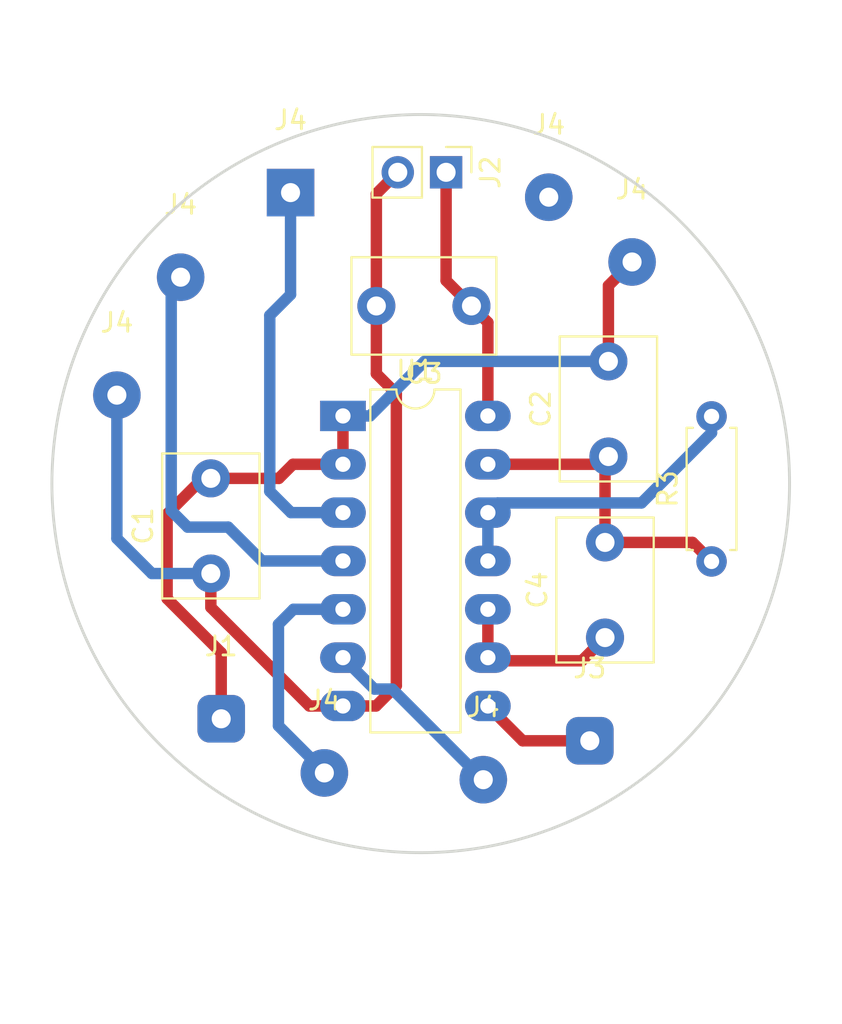
<source format=kicad_pcb>
(kicad_pcb (version 20171130) (host pcbnew "(6.0.0-rc1-dev-209-g91e3d21d6)")

  (general
    (thickness 1.6)
    (drawings 4)
    (tracks 67)
    (zones 0)
    (modules 16)
    (nets 10)
  )

  (page A4)
  (layers
    (0 F.Cu signal)
    (31 B.Cu signal)
    (32 B.Adhes user)
    (33 F.Adhes user)
    (34 B.Paste user)
    (35 F.Paste user)
    (36 B.SilkS user)
    (37 F.SilkS user)
    (38 B.Mask user)
    (39 F.Mask user)
    (40 Dwgs.User user)
    (41 Cmts.User user)
    (42 Eco1.User user)
    (43 Eco2.User user)
    (44 Edge.Cuts user)
    (45 Margin user)
    (46 B.CrtYd user)
    (47 F.CrtYd user)
    (48 B.Fab user)
    (49 F.Fab user)
  )

  (setup
    (last_trace_width 0.6)
    (user_trace_width 0.6)
    (trace_clearance 0.2)
    (zone_clearance 0.508)
    (zone_45_only no)
    (trace_min 0.2)
    (via_size 0.8)
    (via_drill 0.4)
    (via_min_size 0.4)
    (via_min_drill 0.3)
    (uvia_size 0.3)
    (uvia_drill 0.1)
    (uvias_allowed no)
    (uvia_min_size 0.2)
    (uvia_min_drill 0.1)
    (edge_width 0.05)
    (segment_width 0.2)
    (pcb_text_width 0.3)
    (pcb_text_size 1.5 1.5)
    (mod_edge_width 0.12)
    (mod_text_size 1 1)
    (mod_text_width 0.15)
    (pad_size 2.49936 2.49936)
    (pad_drill 1.00076)
    (pad_to_mask_clearance 0.2)
    (aux_axis_origin 0 0)
    (visible_elements FFFFFF7F)
    (pcbplotparams
      (layerselection 0x010c0_ffffffff)
      (usegerberextensions false)
      (usegerberattributes false)
      (usegerberadvancedattributes false)
      (creategerberjobfile false)
      (excludeedgelayer true)
      (linewidth 0.050000)
      (plotframeref false)
      (viasonmask false)
      (mode 1)
      (useauxorigin false)
      (hpglpennumber 1)
      (hpglpenspeed 20)
      (hpglpendiameter 15.000000)
      (psnegative false)
      (psa4output false)
      (plotreference true)
      (plotvalue true)
      (plotinvisibletext false)
      (padsonsilk false)
      (subtractmaskfromsilk false)
      (outputformat 1)
      (mirror false)
      (drillshape 0)
      (scaleselection 1)
      (outputdirectory ""))
  )

  (net 0 "")
  (net 1 "Net-(C1-Pad1)")
  (net 2 "Net-(C2-Pad1)")
  (net 3 "Net-(C2-Pad2)")
  (net 4 GND)
  (net 5 VCC)
  (net 6 "Net-(C4-Pad1)")
  (net 7 "Net-(J3-Pad1)")
  (net 8 "Net-(R2-Pad2)")
  (net 9 "Net-(R3-Pad2)")

  (net_class Default "This is the default net class."
    (clearance 0.2)
    (trace_width 0.25)
    (via_dia 0.8)
    (via_drill 0.4)
    (uvia_dia 0.3)
    (uvia_drill 0.1)
    (add_net GND)
    (add_net "Net-(C1-Pad1)")
    (add_net "Net-(C2-Pad1)")
    (add_net "Net-(C2-Pad2)")
    (add_net "Net-(C4-Pad1)")
    (add_net "Net-(J3-Pad1)")
    (add_net "Net-(R2-Pad2)")
    (add_net "Net-(R3-Pad2)")
    (add_net VCC)
  )

  (module Wire_Pads:SolderWirePad_single_1mmDrill (layer F.Cu) (tedit 5BBE4803) (tstamp 5BBE8906)
    (at 138.9253 77.0509)
    (path /5BBECDB7)
    (fp_text reference J4 (at 0 -3.81) (layer F.SilkS)
      (effects (font (size 1 1) (thickness 0.15)))
    )
    (fp_text value ANTENNA (at -1.905 3.175) (layer F.Fab)
      (effects (font (size 1 1) (thickness 0.15)))
    )
    (pad 1 thru_hole circle (at 0 0) (size 2.49936 2.49936) (drill 1.00076) (layers *.Cu *.Mask)
      (net 3 "Net-(C2-Pad2)"))
  )

  (module Wire_Pads:SolderWirePad_single_1mmDrill (layer F.Cu) (tedit 5BBE4803) (tstamp 5BBE88F5)
    (at 143.3068 80.4545)
    (path /5BBECDB7)
    (fp_text reference J4 (at 0 -3.81) (layer F.SilkS)
      (effects (font (size 1 1) (thickness 0.15)))
    )
    (fp_text value ANTENNA (at -1.905 3.175) (layer F.Fab)
      (effects (font (size 1 1) (thickness 0.15)))
    )
    (pad 1 thru_hole circle (at 0 0) (size 2.49936 2.49936) (drill 1.00076) (layers *.Cu *.Mask)
      (net 3 "Net-(C2-Pad2)"))
  )

  (module Wire_Pads:SolderWirePad_single_1mmDrill (layer F.Cu) (tedit 5BBE4711) (tstamp 5BBE889A)
    (at 116.2177 87.4522)
    (path /5BBECDB7)
    (fp_text reference J4 (at 0 -3.81) (layer F.SilkS)
      (effects (font (size 1 1) (thickness 0.15)))
    )
    (fp_text value ANTENNA (at -1.905 3.175) (layer F.Fab)
      (effects (font (size 1 1) (thickness 0.15)))
    )
    (pad 1 thru_hole circle (at 0 0) (size 2.49936 2.49936) (drill 1.00076) (layers *.Cu *.Mask)
      (net 4 GND))
  )

  (module Capacitors_ThroughHole:C_Disc_D7.5mm_W5.0mm_P5.00mm (layer F.Cu) (tedit 5BBE43A1) (tstamp 5BC61CDB)
    (at 121.158 96.8248 90)
    (descr "C, Disc series, Radial, pin pitch=5.00mm, , diameter*width=7.5*5.0mm^2, Capacitor, http://www.vishay.com/docs/28535/vy2series.pdf")
    (tags "C Disc series Radial pin pitch 5.00mm  diameter 7.5mm width 5.0mm Capacitor")
    (path /5B3DBB72)
    (fp_text reference C1 (at 2.5 -3.56 90) (layer F.SilkS)
      (effects (font (size 1 1) (thickness 0.15)))
    )
    (fp_text value 10pF (at 2.5 3.56 90) (layer F.Fab)
      (effects (font (size 1 1) (thickness 0.15)))
    )
    (fp_text user %R (at 2.5 0 90) (layer F.Fab)
      (effects (font (size 1 1) (thickness 0.15)))
    )
    (fp_line (start -1.25 -2.5) (end -1.25 2.5) (layer F.Fab) (width 0.1))
    (fp_line (start -1.25 2.5) (end 6.25 2.5) (layer F.Fab) (width 0.1))
    (fp_line (start 6.25 2.5) (end 6.25 -2.5) (layer F.Fab) (width 0.1))
    (fp_line (start 6.25 -2.5) (end -1.25 -2.5) (layer F.Fab) (width 0.1))
    (fp_line (start -1.31 -2.56) (end 6.31 -2.56) (layer F.SilkS) (width 0.12))
    (fp_line (start -1.31 2.56) (end 6.31 2.56) (layer F.SilkS) (width 0.12))
    (fp_line (start -1.31 -2.56) (end -1.31 2.56) (layer F.SilkS) (width 0.12))
    (fp_line (start 6.31 -2.56) (end 6.31 2.56) (layer F.SilkS) (width 0.12))
    (fp_line (start -1.6 -2.85) (end -1.6 2.85) (layer F.CrtYd) (width 0.05))
    (fp_line (start -1.6 2.85) (end 6.6 2.85) (layer F.CrtYd) (width 0.05))
    (fp_line (start 6.6 2.85) (end 6.6 -2.85) (layer F.CrtYd) (width 0.05))
    (fp_line (start 6.6 -2.85) (end -1.6 -2.85) (layer F.CrtYd) (width 0.05))
    (pad 1 thru_hole circle (at 0 0 90) (size 2 2) (drill 1) (layers *.Cu *.Mask)
      (net 4 GND))
    (pad 2 thru_hole circle (at 5 0 90) (size 2 2) (drill 1) (layers *.Cu *.Mask)
      (net 3 "Net-(C2-Pad2)"))
    (model ${KISYS3DMOD}/Capacitors_THT.3dshapes/C_Disc_D7.5mm_W5.0mm_P5.00mm.wrl
      (at (xyz 0 0 0))
      (scale (xyz 0.393701 0.393701 0.393701))
      (rotate (xyz 0 0 0))
    )
  )

  (module Wire_Pads:SolderWirePad_single_1mmDrill (layer F.Cu) (tedit 5BBE4796) (tstamp 5BC62758)
    (at 135.4836 107.6579)
    (path /5BBECDB7)
    (fp_text reference J4 (at 0 -3.81) (layer F.SilkS)
      (effects (font (size 1 1) (thickness 0.15)))
    )
    (fp_text value ANTENNA (at -1.905 3.175) (layer F.Fab)
      (effects (font (size 1 1) (thickness 0.15)))
    )
    (pad 1 thru_hole circle (at 0 0) (size 2.49936 2.49936) (drill 1.00076) (layers *.Cu *.Mask)
      (net 8 "Net-(R2-Pad2)"))
  )

  (module Wire_Pads:SolderWirePad_single_1mmDrill (layer F.Cu) (tedit 5BBE4778) (tstamp 5BC6273A)
    (at 127.127 107.3023)
    (path /5BBECDB7)
    (fp_text reference J4 (at 0 -3.81) (layer F.SilkS)
      (effects (font (size 1 1) (thickness 0.15)))
    )
    (fp_text value ANTENNA (at -1.905 3.175) (layer F.Fab)
      (effects (font (size 1 1) (thickness 0.15)))
    )
    (pad 1 thru_hole circle (at 0 0) (size 2.49936 2.49936) (drill 1.00076) (layers *.Cu *.Mask)
      (net 8 "Net-(R2-Pad2)"))
  )

  (module Wire_Pads:SolderWirePad_single_1mmDrill (layer F.Cu) (tedit 5BBE46AD) (tstamp 5BC625D8)
    (at 119.5705 81.2546)
    (path /5BBECDB7)
    (fp_text reference J4 (at 0 -3.81) (layer F.SilkS)
      (effects (font (size 1 1) (thickness 0.15)))
    )
    (fp_text value ANTENNA (at -1.905 3.175) (layer F.Fab)
      (effects (font (size 1 1) (thickness 0.15)))
    )
    (pad 1 thru_hole circle (at 0 0) (size 2.49936 2.49936) (drill 1.00076) (layers *.Cu *.Mask)
      (net 1 "Net-(C1-Pad1)"))
  )

  (module Capacitors_ThroughHole:C_Disc_D7.5mm_W5.0mm_P5.00mm (layer F.Cu) (tedit 5920C254) (tstamp 5BC61CEE)
    (at 142.0622 90.678 90)
    (descr "C, Disc series, Radial, pin pitch=5.00mm, , diameter*width=7.5*5.0mm^2, Capacitor, http://www.vishay.com/docs/28535/vy2series.pdf")
    (tags "C Disc series Radial pin pitch 5.00mm  diameter 7.5mm width 5.0mm Capacitor")
    (path /5B3DA422)
    (fp_text reference C2 (at 2.5 -3.56 90) (layer F.SilkS)
      (effects (font (size 1 1) (thickness 0.15)))
    )
    (fp_text value 33pF (at 2.5 3.56 90) (layer F.Fab)
      (effects (font (size 1 1) (thickness 0.15)))
    )
    (fp_text user %R (at 2.5 0 90) (layer F.Fab)
      (effects (font (size 1 1) (thickness 0.15)))
    )
    (fp_line (start -1.25 -2.5) (end -1.25 2.5) (layer F.Fab) (width 0.1))
    (fp_line (start -1.25 2.5) (end 6.25 2.5) (layer F.Fab) (width 0.1))
    (fp_line (start 6.25 2.5) (end 6.25 -2.5) (layer F.Fab) (width 0.1))
    (fp_line (start 6.25 -2.5) (end -1.25 -2.5) (layer F.Fab) (width 0.1))
    (fp_line (start -1.31 -2.56) (end 6.31 -2.56) (layer F.SilkS) (width 0.12))
    (fp_line (start -1.31 2.56) (end 6.31 2.56) (layer F.SilkS) (width 0.12))
    (fp_line (start -1.31 -2.56) (end -1.31 2.56) (layer F.SilkS) (width 0.12))
    (fp_line (start 6.31 -2.56) (end 6.31 2.56) (layer F.SilkS) (width 0.12))
    (fp_line (start -1.6 -2.85) (end -1.6 2.85) (layer F.CrtYd) (width 0.05))
    (fp_line (start -1.6 2.85) (end 6.6 2.85) (layer F.CrtYd) (width 0.05))
    (fp_line (start 6.6 2.85) (end 6.6 -2.85) (layer F.CrtYd) (width 0.05))
    (fp_line (start 6.6 -2.85) (end -1.6 -2.85) (layer F.CrtYd) (width 0.05))
    (pad 1 thru_hole circle (at 0 0 90) (size 2 2) (drill 1) (layers *.Cu *.Mask)
      (net 2 "Net-(C2-Pad1)"))
    (pad 2 thru_hole circle (at 5 0 90) (size 2 2) (drill 1) (layers *.Cu *.Mask)
      (net 3 "Net-(C2-Pad2)"))
    (model ${KISYS3DMOD}/Capacitors_THT.3dshapes/C_Disc_D7.5mm_W5.0mm_P5.00mm.wrl
      (at (xyz 0 0 0))
      (scale (xyz 0.393701 0.393701 0.393701))
      (rotate (xyz 0 0 0))
    )
  )

  (module Capacitors_ThroughHole:C_Disc_D7.5mm_W5.0mm_P5.00mm (layer F.Cu) (tedit 5920C254) (tstamp 5BC61D01)
    (at 134.8613 82.7659 180)
    (descr "C, Disc series, Radial, pin pitch=5.00mm, , diameter*width=7.5*5.0mm^2, Capacitor, http://www.vishay.com/docs/28535/vy2series.pdf")
    (tags "C Disc series Radial pin pitch 5.00mm  diameter 7.5mm width 5.0mm Capacitor")
    (path /5B3C6146)
    (fp_text reference C3 (at 2.5 -3.56 180) (layer F.SilkS)
      (effects (font (size 1 1) (thickness 0.15)))
    )
    (fp_text value 100nF (at 2.5 3.56 180) (layer F.Fab)
      (effects (font (size 1 1) (thickness 0.15)))
    )
    (fp_line (start 6.6 -2.85) (end -1.6 -2.85) (layer F.CrtYd) (width 0.05))
    (fp_line (start 6.6 2.85) (end 6.6 -2.85) (layer F.CrtYd) (width 0.05))
    (fp_line (start -1.6 2.85) (end 6.6 2.85) (layer F.CrtYd) (width 0.05))
    (fp_line (start -1.6 -2.85) (end -1.6 2.85) (layer F.CrtYd) (width 0.05))
    (fp_line (start 6.31 -2.56) (end 6.31 2.56) (layer F.SilkS) (width 0.12))
    (fp_line (start -1.31 -2.56) (end -1.31 2.56) (layer F.SilkS) (width 0.12))
    (fp_line (start -1.31 2.56) (end 6.31 2.56) (layer F.SilkS) (width 0.12))
    (fp_line (start -1.31 -2.56) (end 6.31 -2.56) (layer F.SilkS) (width 0.12))
    (fp_line (start 6.25 -2.5) (end -1.25 -2.5) (layer F.Fab) (width 0.1))
    (fp_line (start 6.25 2.5) (end 6.25 -2.5) (layer F.Fab) (width 0.1))
    (fp_line (start -1.25 2.5) (end 6.25 2.5) (layer F.Fab) (width 0.1))
    (fp_line (start -1.25 -2.5) (end -1.25 2.5) (layer F.Fab) (width 0.1))
    (fp_text user %R (at 2.804299 0.772999 180) (layer F.Fab)
      (effects (font (size 1 1) (thickness 0.15)))
    )
    (pad 2 thru_hole circle (at 5 0 180) (size 2 2) (drill 1) (layers *.Cu *.Mask)
      (net 4 GND))
    (pad 1 thru_hole circle (at 0 0 180) (size 2 2) (drill 1) (layers *.Cu *.Mask)
      (net 5 VCC))
    (model ${KISYS3DMOD}/Capacitors_THT.3dshapes/C_Disc_D7.5mm_W5.0mm_P5.00mm.wrl
      (at (xyz 0 0 0))
      (scale (xyz 0.393701 0.393701 0.393701))
      (rotate (xyz 0 0 0))
    )
  )

  (module Capacitors_ThroughHole:C_Disc_D7.5mm_W5.0mm_P5.00mm (layer F.Cu) (tedit 5BBE4523) (tstamp 5BC61D14)
    (at 141.8844 100.1903 90)
    (descr "C, Disc series, Radial, pin pitch=5.00mm, , diameter*width=7.5*5.0mm^2, Capacitor, http://www.vishay.com/docs/28535/vy2series.pdf")
    (tags "C Disc series Radial pin pitch 5.00mm  diameter 7.5mm width 5.0mm Capacitor")
    (path /5B3DB211)
    (fp_text reference C4 (at 2.5 -3.56 90) (layer F.SilkS)
      (effects (font (size 1 1) (thickness 0.15)))
    )
    (fp_text value 10pF (at 2.5 3.56 90) (layer F.Fab)
      (effects (font (size 1 1) (thickness 0.15)))
    )
    (fp_line (start 6.6 -2.85) (end -1.6 -2.85) (layer F.CrtYd) (width 0.05))
    (fp_line (start 6.6 2.85) (end 6.6 -2.85) (layer F.CrtYd) (width 0.05))
    (fp_line (start -1.6 2.85) (end 6.6 2.85) (layer F.CrtYd) (width 0.05))
    (fp_line (start -1.6 -2.85) (end -1.6 2.85) (layer F.CrtYd) (width 0.05))
    (fp_line (start 6.31 -2.56) (end 6.31 2.56) (layer F.SilkS) (width 0.12))
    (fp_line (start -1.31 -2.56) (end -1.31 2.56) (layer F.SilkS) (width 0.12))
    (fp_line (start -1.31 2.56) (end 6.31 2.56) (layer F.SilkS) (width 0.12))
    (fp_line (start -1.31 -2.56) (end 6.31 -2.56) (layer F.SilkS) (width 0.12))
    (fp_line (start 6.25 -2.5) (end -1.25 -2.5) (layer F.Fab) (width 0.1))
    (fp_line (start 6.25 2.5) (end 6.25 -2.5) (layer F.Fab) (width 0.1))
    (fp_line (start -1.25 2.5) (end 6.25 2.5) (layer F.Fab) (width 0.1))
    (fp_line (start -1.25 -2.5) (end -1.25 2.5) (layer F.Fab) (width 0.1))
    (fp_text user %R (at 2.5781 0.0889 90) (layer F.Fab)
      (effects (font (size 1 1) (thickness 0.15)))
    )
    (pad 2 thru_hole circle (at 5 0 90) (size 2 2) (drill 1) (layers *.Cu *.Mask)
      (net 2 "Net-(C2-Pad1)"))
    (pad 1 thru_hole circle (at 0 0 90) (size 2 2) (drill 1) (layers *.Cu *.Mask)
      (net 6 "Net-(C4-Pad1)"))
    (model ${KISYS3DMOD}/Capacitors_THT.3dshapes/C_Disc_D7.5mm_W5.0mm_P5.00mm.wrl
      (at (xyz 0 0 0))
      (scale (xyz 0.393701 0.393701 0.393701))
      (rotate (xyz 0 0 0))
    )
  )

  (module Wire_Pads:SolderWirePad_single_1mmDrill (layer F.Cu) (tedit 5BBE43BC) (tstamp 5BC61D19)
    (at 121.7041 104.4575)
    (path /5BBE0483)
    (fp_text reference J1 (at 0 -3.81) (layer F.SilkS)
      (effects (font (size 1 1) (thickness 0.15)))
    )
    (fp_text value ANTENNA_2 (at -1.905 3.175) (layer F.Fab)
      (effects (font (size 1 1) (thickness 0.15)))
    )
    (pad 1 thru_hole roundrect (at 0 0) (size 2.49936 2.49936) (drill 1.00076) (layers *.Cu *.Mask) (roundrect_rratio 0.25)
      (net 3 "Net-(C2-Pad2)"))
  )

  (module Pin_Headers:Pin_Header_Straight_1x02_Pitch2.54mm (layer F.Cu) (tedit 59650532) (tstamp 5BC61D2F)
    (at 133.5278 75.7428 270)
    (descr "Through hole straight pin header, 1x02, 2.54mm pitch, single row")
    (tags "Through hole pin header THT 1x02 2.54mm single row")
    (path /5BBDFC9E)
    (fp_text reference J2 (at 0 -2.33 270) (layer F.SilkS)
      (effects (font (size 1 1) (thickness 0.15)))
    )
    (fp_text value Conn_01x02-Connector (at 0 4.87 270) (layer F.Fab)
      (effects (font (size 1 1) (thickness 0.15)))
    )
    (fp_line (start -0.635 -1.27) (end 1.27 -1.27) (layer F.Fab) (width 0.1))
    (fp_line (start 1.27 -1.27) (end 1.27 3.81) (layer F.Fab) (width 0.1))
    (fp_line (start 1.27 3.81) (end -1.27 3.81) (layer F.Fab) (width 0.1))
    (fp_line (start -1.27 3.81) (end -1.27 -0.635) (layer F.Fab) (width 0.1))
    (fp_line (start -1.27 -0.635) (end -0.635 -1.27) (layer F.Fab) (width 0.1))
    (fp_line (start -1.33 3.87) (end 1.33 3.87) (layer F.SilkS) (width 0.12))
    (fp_line (start -1.33 1.27) (end -1.33 3.87) (layer F.SilkS) (width 0.12))
    (fp_line (start 1.33 1.27) (end 1.33 3.87) (layer F.SilkS) (width 0.12))
    (fp_line (start -1.33 1.27) (end 1.33 1.27) (layer F.SilkS) (width 0.12))
    (fp_line (start -1.33 0) (end -1.33 -1.33) (layer F.SilkS) (width 0.12))
    (fp_line (start -1.33 -1.33) (end 0 -1.33) (layer F.SilkS) (width 0.12))
    (fp_line (start -1.8 -1.8) (end -1.8 4.35) (layer F.CrtYd) (width 0.05))
    (fp_line (start -1.8 4.35) (end 1.8 4.35) (layer F.CrtYd) (width 0.05))
    (fp_line (start 1.8 4.35) (end 1.8 -1.8) (layer F.CrtYd) (width 0.05))
    (fp_line (start 1.8 -1.8) (end -1.8 -1.8) (layer F.CrtYd) (width 0.05))
    (fp_text user %R (at -1.556301 2.950199) (layer F.Fab)
      (effects (font (size 1 1) (thickness 0.15)))
    )
    (pad 1 thru_hole rect (at 0 0 270) (size 1.7 1.7) (drill 1) (layers *.Cu *.Mask)
      (net 5 VCC))
    (pad 2 thru_hole oval (at 0 2.54 270) (size 1.7 1.7) (drill 1) (layers *.Cu *.Mask)
      (net 4 GND))
    (model ${KISYS3DMOD}/Pin_Headers.3dshapes/Pin_Header_Straight_1x02_Pitch2.54mm.wrl
      (at (xyz 0 0 0))
      (scale (xyz 1 1 1))
      (rotate (xyz 0 0 0))
    )
  )

  (module Wire_Pads:SolderWirePad_single_1mmDrill (layer F.Cu) (tedit 5BBCE7FB) (tstamp 5BC61D34)
    (at 141.0843 105.6132)
    (path /5B3DEA6D)
    (fp_text reference J3 (at 0 -3.81) (layer F.SilkS)
      (effects (font (size 1 1) (thickness 0.15)))
    )
    (fp_text value ANTENNA (at -1.905 3.175) (layer F.Fab)
      (effects (font (size 1 1) (thickness 0.15)))
    )
    (pad 1 thru_hole roundrect (at 0 0) (size 2.49936 2.49936) (drill 1.00076) (layers *.Cu *.Mask) (roundrect_rratio 0.25)
      (net 7 "Net-(J3-Pad1)"))
  )

  (module Wire_Pads:SolderWirePad_single_1mmDrill (layer F.Cu) (tedit 5BBE4693) (tstamp 5BC61D39)
    (at 125.349 76.8096)
    (path /5BBECDB7)
    (fp_text reference J4 (at 0 -3.81) (layer F.SilkS)
      (effects (font (size 1 1) (thickness 0.15)))
    )
    (fp_text value ANTENNA (at -1.905 3.175) (layer F.Fab)
      (effects (font (size 1 1) (thickness 0.15)))
    )
    (pad 1 thru_hole trapezoid (at 0 0) (size 2.49936 2.49936) (drill 1.00076) (layers *.Cu *.Mask)
      (net 1 "Net-(C1-Pad1)"))
  )

  (module Resistors_ThroughHole:R_Axial_DIN0207_L6.3mm_D2.5mm_P7.62mm_Horizontal (layer F.Cu) (tedit 5874F706) (tstamp 5BC61D7B)
    (at 147.4851 96.1898 90)
    (descr "Resistor, Axial_DIN0207 series, Axial, Horizontal, pin pitch=7.62mm, 0.25W = 1/4W, length*diameter=6.3*2.5mm^2, http://cdn-reichelt.de/documents/datenblatt/B400/1_4W%23YAG.pdf")
    (tags "Resistor Axial_DIN0207 series Axial Horizontal pin pitch 7.62mm 0.25W = 1/4W length 6.3mm diameter 2.5mm")
    (path /5B3DB807)
    (fp_text reference R3 (at 3.81 -2.31 90) (layer F.SilkS)
      (effects (font (size 1 1) (thickness 0.15)))
    )
    (fp_text value 1K (at 3.81 2.31 90) (layer F.Fab)
      (effects (font (size 1 1) (thickness 0.15)))
    )
    (fp_line (start 8.7 -1.6) (end -1.05 -1.6) (layer F.CrtYd) (width 0.05))
    (fp_line (start 8.7 1.6) (end 8.7 -1.6) (layer F.CrtYd) (width 0.05))
    (fp_line (start -1.05 1.6) (end 8.7 1.6) (layer F.CrtYd) (width 0.05))
    (fp_line (start -1.05 -1.6) (end -1.05 1.6) (layer F.CrtYd) (width 0.05))
    (fp_line (start 7.02 1.31) (end 7.02 0.98) (layer F.SilkS) (width 0.12))
    (fp_line (start 0.6 1.31) (end 7.02 1.31) (layer F.SilkS) (width 0.12))
    (fp_line (start 0.6 0.98) (end 0.6 1.31) (layer F.SilkS) (width 0.12))
    (fp_line (start 7.02 -1.31) (end 7.02 -0.98) (layer F.SilkS) (width 0.12))
    (fp_line (start 0.6 -1.31) (end 7.02 -1.31) (layer F.SilkS) (width 0.12))
    (fp_line (start 0.6 -0.98) (end 0.6 -1.31) (layer F.SilkS) (width 0.12))
    (fp_line (start 7.62 0) (end 6.96 0) (layer F.Fab) (width 0.1))
    (fp_line (start 0 0) (end 0.66 0) (layer F.Fab) (width 0.1))
    (fp_line (start 6.96 -1.25) (end 0.66 -1.25) (layer F.Fab) (width 0.1))
    (fp_line (start 6.96 1.25) (end 6.96 -1.25) (layer F.Fab) (width 0.1))
    (fp_line (start 0.66 1.25) (end 6.96 1.25) (layer F.Fab) (width 0.1))
    (fp_line (start 0.66 -1.25) (end 0.66 1.25) (layer F.Fab) (width 0.1))
    (pad 2 thru_hole oval (at 7.62 0 90) (size 1.6 1.6) (drill 0.8) (layers *.Cu *.Mask)
      (net 9 "Net-(R3-Pad2)"))
    (pad 1 thru_hole circle (at 0 0 90) (size 1.6 1.6) (drill 0.8) (layers *.Cu *.Mask)
      (net 2 "Net-(C2-Pad1)"))
    (model Resistors_THT.3dshapes/R_Axial_DIN0207_L6.3mm_D2.5mm_P7.62mm_Horizontal.wrl
      (at (xyz 0 0 0))
      (scale (xyz 0.393701 0.393701 0.393701))
      (rotate (xyz 0 0 0))
    )
  )

  (module Housings_DIP:DIP-14_W7.62mm_LongPads (layer F.Cu) (tedit 5BBE478D) (tstamp 5BC61D9D)
    (at 128.1049 88.5444)
    (descr "14-lead dip package, row spacing 7.62 mm (300 mils), LongPads")
    (tags "DIL DIP PDIP 2.54mm 7.62mm 300mil LongPads")
    (path /5B3D7748)
    (fp_text reference U1 (at 3.81 -2.39) (layer F.SilkS)
      (effects (font (size 1 1) (thickness 0.15)))
    )
    (fp_text value 74HC04 (at 3.81 17.63) (layer F.Fab)
      (effects (font (size 1 1) (thickness 0.15)))
    )
    (fp_text user %R (at 3.81 7.62) (layer F.Fab)
      (effects (font (size 1 1) (thickness 0.15)))
    )
    (fp_line (start 1.635 -1.27) (end 6.985 -1.27) (layer F.Fab) (width 0.1))
    (fp_line (start 6.985 -1.27) (end 6.985 16.51) (layer F.Fab) (width 0.1))
    (fp_line (start 6.985 16.51) (end 0.635 16.51) (layer F.Fab) (width 0.1))
    (fp_line (start 0.635 16.51) (end 0.635 -0.27) (layer F.Fab) (width 0.1))
    (fp_line (start 0.635 -0.27) (end 1.635 -1.27) (layer F.Fab) (width 0.1))
    (fp_line (start 2.81 -1.39) (end 1.44 -1.39) (layer F.SilkS) (width 0.12))
    (fp_line (start 1.44 -1.39) (end 1.44 16.63) (layer F.SilkS) (width 0.12))
    (fp_line (start 1.44 16.63) (end 6.18 16.63) (layer F.SilkS) (width 0.12))
    (fp_line (start 6.18 16.63) (end 6.18 -1.39) (layer F.SilkS) (width 0.12))
    (fp_line (start 6.18 -1.39) (end 4.81 -1.39) (layer F.SilkS) (width 0.12))
    (fp_line (start -1.5 -1.6) (end -1.5 16.8) (layer F.CrtYd) (width 0.05))
    (fp_line (start -1.5 16.8) (end 9.1 16.8) (layer F.CrtYd) (width 0.05))
    (fp_line (start 9.1 16.8) (end 9.1 -1.6) (layer F.CrtYd) (width 0.05))
    (fp_line (start 9.1 -1.6) (end -1.5 -1.6) (layer F.CrtYd) (width 0.05))
    (fp_arc (start 3.81 -1.39) (end 2.81 -1.39) (angle -180) (layer F.SilkS) (width 0.12))
    (pad 1 thru_hole rect (at 0 0) (size 2.4 1.6) (drill 0.8) (layers *.Cu *.Mask)
      (net 3 "Net-(C2-Pad2)"))
    (pad 8 thru_hole oval (at 7.62 15.24) (size 2.4 1.6) (drill 0.8) (layers *.Cu *.Mask)
      (net 7 "Net-(J3-Pad1)"))
    (pad 2 thru_hole oval (at 0 2.54) (size 2.4 1.6) (drill 0.8) (layers *.Cu *.Mask)
      (net 3 "Net-(C2-Pad2)"))
    (pad 9 thru_hole oval (at 7.62 12.7) (size 2.4 1.6) (drill 0.8) (layers *.Cu *.Mask)
      (net 6 "Net-(C4-Pad1)"))
    (pad 3 thru_hole oval (at 0 5.08) (size 2.4 1.6) (drill 0.8) (layers *.Cu *.Mask)
      (net 1 "Net-(C1-Pad1)"))
    (pad 10 thru_hole oval (at 7.62 10.16) (size 2.4 1.6) (drill 0.8) (layers *.Cu *.Mask)
      (net 6 "Net-(C4-Pad1)"))
    (pad 4 thru_hole oval (at 0 7.62) (size 2.4 1.6) (drill 0.8) (layers *.Cu *.Mask)
      (net 1 "Net-(C1-Pad1)"))
    (pad 11 thru_hole oval (at 7.62 7.62) (size 2.4 1.6) (drill 0.8) (layers *.Cu *.Mask)
      (net 9 "Net-(R3-Pad2)"))
    (pad 5 thru_hole oval (at 0 10.16) (size 2.4 1.6) (drill 0.8) (layers *.Cu *.Mask)
      (net 8 "Net-(R2-Pad2)"))
    (pad 12 thru_hole oval (at 7.62 5.08) (size 2.4 1.6) (drill 0.8) (layers *.Cu *.Mask)
      (net 9 "Net-(R3-Pad2)"))
    (pad 6 thru_hole oval (at 0 12.7) (size 2.4 1.6) (drill 0.8) (layers *.Cu *.Mask)
      (net 8 "Net-(R2-Pad2)"))
    (pad 13 thru_hole oval (at 7.62 2.54) (size 2.4 1.6) (drill 0.8) (layers *.Cu *.Mask)
      (net 2 "Net-(C2-Pad1)"))
    (pad 7 thru_hole oval (at 0 15.24) (size 2.4 1.6) (drill 0.8) (layers *.Cu *.Mask)
      (net 4 GND))
    (pad 14 thru_hole oval (at 7.62 0) (size 2.4 1.6) (drill 0.8) (layers *.Cu *.Mask)
      (net 5 VCC))
    (model ${KISYS3DMOD}/Housings_DIP.3dshapes/DIP-14_W7.62mm_LongPads.wrl
      (at (xyz 0 0 0))
      (scale (xyz 1 1 1))
      (rotate (xyz 0 0 0))
    )
  )

  (dimension 38.849402 (width 0.15) (layer Dwgs.User)
    (gr_text "38.8493 mm" (at 132.384349 67.634346 359.9) (layer Dwgs.User)
      (effects (font (size 1 1) (thickness 0.15)))
    )
    (feature1 (pts (xy 151.7523 92.456) (xy 151.807366 68.392374)))
    (feature2 (pts (xy 112.903 92.3671) (xy 112.958066 68.303474)))
    (crossbar (pts (xy 112.956724 68.889893) (xy 151.806024 68.978793)))
    (arrow1a (pts (xy 151.806024 68.978793) (xy 150.678181 69.562634)))
    (arrow1b (pts (xy 151.806024 68.978793) (xy 150.680865 68.389796)))
    (arrow2a (pts (xy 112.956724 68.889893) (xy 114.081883 69.47889)))
    (arrow2b (pts (xy 112.956724 68.889893) (xy 114.084567 68.306052)))
  )
  (gr_circle (center 132.0165 91.9226) (end 140.7287 78.0542) (layer Dwgs.User) (width 0.15))
  (gr_circle (center 132.1943 92.1004) (end 151.587545 92.1004) (layer Edge.Cuts) (width 0.15))
  (dimension 44.107107 (width 0.15) (layer F.Fab)
    (gr_text "44.107 mm" (at 132.217378 121.122764 0.03299497448) (layer F.Fab)
      (effects (font (size 1 1) (thickness 0.15)))
    )
    (feature1 (pts (xy 154.2542 92.0623) (xy 154.270517 120.396485)))
    (feature2 (pts (xy 110.1471 92.0877) (xy 110.163417 120.421885)))
    (crossbar (pts (xy 110.163079 119.835464) (xy 154.270179 119.810064)))
    (arrow1a (pts (xy 154.270179 119.810064) (xy 153.144013 120.397133)))
    (arrow1b (pts (xy 154.270179 119.810064) (xy 153.143338 119.224292)))
    (arrow2a (pts (xy 110.163079 119.835464) (xy 111.28992 120.421236)))
    (arrow2b (pts (xy 110.163079 119.835464) (xy 111.289245 119.248395)))
  )

  (segment (start 128.1049 93.6244) (end 125.3744 93.6244) (width 0.6) (layer B.Cu) (net 1) (status 400000))
  (segment (start 125.349 82.169) (end 125.349 76.8096) (width 0.6) (layer B.Cu) (net 1) (tstamp 5BBE8833) (status 800000))
  (segment (start 124.2568 83.2612) (end 125.349 82.169) (width 0.6) (layer B.Cu) (net 1) (tstamp 5BBE8832))
  (segment (start 124.2568 92.5068) (end 124.2568 83.2612) (width 0.6) (layer B.Cu) (net 1) (tstamp 5BBE8831))
  (segment (start 125.3744 93.6244) (end 124.2568 92.5068) (width 0.6) (layer B.Cu) (net 1) (tstamp 5BBE8830))
  (segment (start 128.1049 96.1644) (end 123.8504 96.1644) (width 0.6) (layer B.Cu) (net 1) (status 400000))
  (segment (start 119.0752 81.7499) (end 119.5705 81.2546) (width 0.6) (layer B.Cu) (net 1) (tstamp 5BBE8893) (status C00000))
  (segment (start 119.0752 93.5228) (end 119.0752 81.7499) (width 0.6) (layer B.Cu) (net 1) (tstamp 5BBE8892) (status 800000))
  (segment (start 119.9388 94.3864) (end 119.0752 93.5228) (width 0.6) (layer B.Cu) (net 1) (tstamp 5BBE8891))
  (segment (start 122.0724 94.3864) (end 119.9388 94.3864) (width 0.6) (layer B.Cu) (net 1) (tstamp 5BBE8890))
  (segment (start 123.8504 96.1644) (end 122.0724 94.3864) (width 0.6) (layer B.Cu) (net 1) (tstamp 5BBE888F))
  (segment (start 141.8844 95.1903) (end 146.4856 95.1903) (width 0.6) (layer F.Cu) (net 2) (status 400000))
  (segment (start 146.4856 95.1903) (end 147.4851 96.1898) (width 0.6) (layer F.Cu) (net 2) (tstamp 5BBE877E) (status 800000))
  (segment (start 141.8844 95.1903) (end 141.8844 90.8558) (width 0.6) (layer F.Cu) (net 2) (status C00000))
  (segment (start 141.8844 90.8558) (end 142.0622 90.678) (width 0.6) (layer F.Cu) (net 2) (tstamp 5BBE8789) (status C00000))
  (segment (start 135.7249 91.0844) (end 141.6558 91.0844) (width 0.6) (layer F.Cu) (net 2) (status C00000))
  (segment (start 141.6558 91.0844) (end 142.0622 90.678) (width 0.6) (layer F.Cu) (net 2) (tstamp 5BBE878B) (status C00000))
  (segment (start 121.7041 104.4575) (end 121.7041 100.9904) (width 0.6) (layer F.Cu) (net 3) (status 400000))
  (segment (start 120.7351 91.8248) (end 121.158 91.8248) (width 0.6) (layer F.Cu) (net 3) (tstamp 5BBE8771) (status C00000))
  (segment (start 118.8593 93.7006) (end 120.7351 91.8248) (width 0.6) (layer F.Cu) (net 3) (tstamp 5BBE8770) (status 800000))
  (segment (start 118.8593 98.1456) (end 118.8593 93.7006) (width 0.6) (layer F.Cu) (net 3) (tstamp 5BBE876E))
  (segment (start 121.7041 100.9904) (end 118.8593 98.1456) (width 0.6) (layer F.Cu) (net 3) (tstamp 5BBE876C))
  (segment (start 121.158 91.8248) (end 124.7356 91.8248) (width 0.6) (layer F.Cu) (net 3) (status 400000))
  (segment (start 125.476 91.0844) (end 128.1049 91.0844) (width 0.6) (layer F.Cu) (net 3) (tstamp 5BBE8774) (status 800000))
  (segment (start 124.7356 91.8248) (end 125.476 91.0844) (width 0.6) (layer F.Cu) (net 3) (tstamp 5BBE8773))
  (segment (start 128.1049 91.0844) (end 128.1049 88.5444) (width 0.6) (layer F.Cu) (net 3) (status C00000))
  (segment (start 128.1049 88.5444) (end 129.5273 88.5444) (width 0.6) (layer B.Cu) (net 3) (status 400000))
  (segment (start 132.3937 85.678) (end 142.0622 85.678) (width 0.6) (layer B.Cu) (net 3) (tstamp 5BBE8782) (status 800000))
  (segment (start 129.5273 88.5444) (end 132.3937 85.678) (width 0.6) (layer B.Cu) (net 3) (tstamp 5BBE8781))
  (segment (start 142.0622 85.678) (end 142.0622 81.6991) (width 0.6) (layer F.Cu) (net 3) (status 400000))
  (segment (start 142.0622 81.6991) (end 143.3068 80.4545) (width 0.6) (layer F.Cu) (net 3) (tstamp 5BBE88FF) (status 800000))
  (segment (start 129.8613 82.7659) (end 129.8613 76.8693) (width 0.6) (layer F.Cu) (net 4) (status 400000))
  (segment (start 129.8613 76.8693) (end 130.9878 75.7428) (width 0.6) (layer F.Cu) (net 4) (tstamp 5BBE8762) (status 800000))
  (segment (start 129.8613 82.7659) (end 129.8613 86.3257) (width 0.6) (layer F.Cu) (net 4) (status 400000))
  (segment (start 129.8448 103.7844) (end 128.1049 103.7844) (width 0.6) (layer F.Cu) (net 4) (tstamp 5BBE8767) (status 800000))
  (segment (start 130.9116 102.7176) (end 129.8448 103.7844) (width 0.6) (layer F.Cu) (net 4) (tstamp 5BBE8766))
  (segment (start 130.9116 87.376) (end 130.9116 102.7176) (width 0.6) (layer F.Cu) (net 4) (tstamp 5BBE8765))
  (segment (start 129.8613 86.3257) (end 130.9116 87.376) (width 0.6) (layer F.Cu) (net 4) (tstamp 5BBE8764))
  (segment (start 128.1049 103.7844) (end 126.3396 103.7844) (width 0.6) (layer F.Cu) (net 4) (status 400000))
  (segment (start 121.158 98.6028) (end 121.158 96.8248) (width 0.6) (layer F.Cu) (net 4) (tstamp 5BBE876A) (status 800000))
  (segment (start 126.3396 103.7844) (end 121.158 98.6028) (width 0.6) (layer F.Cu) (net 4) (tstamp 5BBE8769))
  (segment (start 121.158 96.8248) (end 118.0592 96.8248) (width 0.6) (layer B.Cu) (net 4) (status 400000))
  (segment (start 116.2177 94.9833) (end 116.2177 87.4522) (width 0.6) (layer B.Cu) (net 4) (tstamp 5BBE88A5) (status 800000))
  (segment (start 118.0592 96.8248) (end 116.2177 94.9833) (width 0.6) (layer B.Cu) (net 4) (tstamp 5BBE88A4))
  (segment (start 135.7249 88.5444) (end 135.7249 83.6295) (width 0.6) (layer F.Cu) (net 5) (status 400000))
  (segment (start 133.5278 81.4324) (end 133.5278 75.7428) (width 0.6) (layer F.Cu) (net 5) (tstamp 5BBE875A) (status 800000))
  (segment (start 135.7249 83.6295) (end 133.5278 81.4324) (width 0.6) (layer F.Cu) (net 5) (tstamp 5BBE8759))
  (segment (start 135.7249 98.7044) (end 135.7249 101.2444) (width 0.6) (layer F.Cu) (net 6) (status C00000))
  (segment (start 135.7249 101.2444) (end 135.89 101.4095) (width 0.6) (layer F.Cu) (net 6) (tstamp 5BBE8795) (status C00000))
  (segment (start 135.89 101.4095) (end 140.6652 101.4095) (width 0.6) (layer F.Cu) (net 6) (tstamp 5BBE8796) (status 400000))
  (segment (start 140.6652 101.4095) (end 141.8844 100.1903) (width 0.6) (layer F.Cu) (net 6) (tstamp 5BBE8797) (status 800000))
  (segment (start 141.0843 105.6132) (end 137.5537 105.6132) (width 0.6) (layer F.Cu) (net 7) (status 400000))
  (segment (start 137.5537 105.6132) (end 135.7249 103.7844) (width 0.6) (layer F.Cu) (net 7) (tstamp 5BBE8778) (status 800000))
  (segment (start 127.127 107.3023) (end 127.127 107.2388) (width 0.6) (layer B.Cu) (net 8) (status C00000))
  (segment (start 125.5014 98.7044) (end 128.1049 98.7044) (width 0.6) (layer B.Cu) (net 8) (tstamp 5BBE88EC) (status 800000))
  (segment (start 124.714 99.4918) (end 125.5014 98.7044) (width 0.6) (layer B.Cu) (net 8) (tstamp 5BBE88EB))
  (segment (start 124.714 104.8258) (end 124.714 99.4918) (width 0.6) (layer B.Cu) (net 8) (tstamp 5BBE88E9))
  (segment (start 127.127 107.2388) (end 124.714 104.8258) (width 0.6) (layer B.Cu) (net 8) (tstamp 5BBE88E8) (status 400000))
  (segment (start 135.4836 107.6579) (end 135.4582 107.6579) (width 0.6) (layer B.Cu) (net 8) (status C00000))
  (segment (start 129.7559 102.8954) (end 128.1049 101.2444) (width 0.6) (layer B.Cu) (net 8) (tstamp 5BBE88F0) (status 800000))
  (segment (start 130.6957 102.8954) (end 129.7559 102.8954) (width 0.6) (layer B.Cu) (net 8) (tstamp 5BBE88EF))
  (segment (start 135.4582 107.6579) (end 130.6957 102.8954) (width 0.6) (layer B.Cu) (net 8) (tstamp 5BBE88EE) (status 400000))
  (segment (start 147.4851 88.5698) (end 147.4851 89.4334) (width 0.6) (layer B.Cu) (net 9) (status 400000))
  (segment (start 136.2329 93.1164) (end 135.7249 93.6244) (width 0.6) (layer B.Cu) (net 9) (tstamp 5BBE8790) (status C00000))
  (segment (start 143.8021 93.1164) (end 136.2329 93.1164) (width 0.6) (layer B.Cu) (net 9) (tstamp 5BBE878E) (status 800000))
  (segment (start 147.4851 89.4334) (end 143.8021 93.1164) (width 0.6) (layer B.Cu) (net 9) (tstamp 5BBE878D))
  (segment (start 135.7249 96.1644) (end 135.7249 93.6244) (width 0.6) (layer B.Cu) (net 9) (status C00000))

)

</source>
